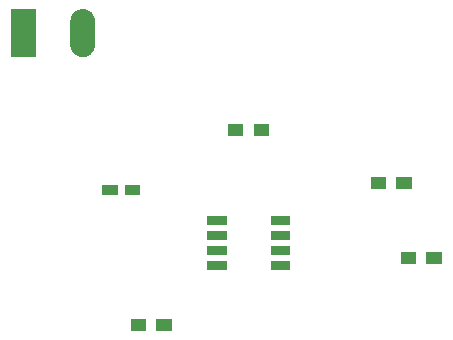
<source format=gbr>
G04 #@! TF.GenerationSoftware,KiCad,Pcbnew,(5.1.0-838-gcbea5149c)*
G04 #@! TF.CreationDate,2019-07-14T10:46:31-04:00*
G04 #@! TF.ProjectId,555BlinkingLED,35353542-6c69-46e6-9b69-6e674c45442e,rev?*
G04 #@! TF.SameCoordinates,Original*
G04 #@! TF.FileFunction,Soldermask,Top*
G04 #@! TF.FilePolarity,Negative*
%FSLAX46Y46*%
G04 Gerber Fmt 4.6, Leading zero omitted, Abs format (unit mm)*
G04 Created by KiCad (PCBNEW (5.1.0-838-gcbea5149c)) date 2019-07-14 10:46:31*
%MOMM*%
%LPD*%
G04 APERTURE LIST*
%ADD10C,0.100000*%
G04 APERTURE END LIST*
D10*
G36*
X38581000Y-52571000D02*
G01*
X37279000Y-52571000D01*
X37279000Y-51569000D01*
X38581000Y-51569000D01*
X38581000Y-52571000D01*
X38581000Y-52571000D01*
G37*
G36*
X36381000Y-52571000D02*
G01*
X35079000Y-52571000D01*
X35079000Y-51569000D01*
X36381000Y-51569000D01*
X36381000Y-52571000D01*
X36381000Y-52571000D01*
G37*
G36*
X43211000Y-47341000D02*
G01*
X41559000Y-47341000D01*
X41559000Y-46639000D01*
X43211000Y-46639000D01*
X43211000Y-47341000D01*
X43211000Y-47341000D01*
G37*
G36*
X48611000Y-47341000D02*
G01*
X46959000Y-47341000D01*
X46959000Y-46639000D01*
X48611000Y-46639000D01*
X48611000Y-47341000D01*
X48611000Y-47341000D01*
G37*
G36*
X59241000Y-46856000D02*
G01*
X57939000Y-46856000D01*
X57939000Y-45854000D01*
X59241000Y-45854000D01*
X59241000Y-46856000D01*
X59241000Y-46856000D01*
G37*
G36*
X61441000Y-46856000D02*
G01*
X60139000Y-46856000D01*
X60139000Y-45854000D01*
X61441000Y-45854000D01*
X61441000Y-46856000D01*
X61441000Y-46856000D01*
G37*
G36*
X43211000Y-46071000D02*
G01*
X41559000Y-46071000D01*
X41559000Y-45369000D01*
X43211000Y-45369000D01*
X43211000Y-46071000D01*
X43211000Y-46071000D01*
G37*
G36*
X48611000Y-46071000D02*
G01*
X46959000Y-46071000D01*
X46959000Y-45369000D01*
X48611000Y-45369000D01*
X48611000Y-46071000D01*
X48611000Y-46071000D01*
G37*
G36*
X43211000Y-44801000D02*
G01*
X41559000Y-44801000D01*
X41559000Y-44099000D01*
X43211000Y-44099000D01*
X43211000Y-44801000D01*
X43211000Y-44801000D01*
G37*
G36*
X48611000Y-44801000D02*
G01*
X46959000Y-44801000D01*
X46959000Y-44099000D01*
X48611000Y-44099000D01*
X48611000Y-44801000D01*
X48611000Y-44801000D01*
G37*
G36*
X43211000Y-43531000D02*
G01*
X41559000Y-43531000D01*
X41559000Y-42829000D01*
X43211000Y-42829000D01*
X43211000Y-43531000D01*
X43211000Y-43531000D01*
G37*
G36*
X48611000Y-43531000D02*
G01*
X46959000Y-43531000D01*
X46959000Y-42829000D01*
X48611000Y-42829000D01*
X48611000Y-43531000D01*
X48611000Y-43531000D01*
G37*
G36*
X35891000Y-41066000D02*
G01*
X34589000Y-41066000D01*
X34589000Y-40214000D01*
X35891000Y-40214000D01*
X35891000Y-41066000D01*
X35891000Y-41066000D01*
G37*
G36*
X33991000Y-41066000D02*
G01*
X32689000Y-41066000D01*
X32689000Y-40214000D01*
X33991000Y-40214000D01*
X33991000Y-41066000D01*
X33991000Y-41066000D01*
G37*
G36*
X58901000Y-40506000D02*
G01*
X57599000Y-40506000D01*
X57599000Y-39504000D01*
X58901000Y-39504000D01*
X58901000Y-40506000D01*
X58901000Y-40506000D01*
G37*
G36*
X56701000Y-40506000D02*
G01*
X55399000Y-40506000D01*
X55399000Y-39504000D01*
X56701000Y-39504000D01*
X56701000Y-40506000D01*
X56701000Y-40506000D01*
G37*
G36*
X46836000Y-36061000D02*
G01*
X45534000Y-36061000D01*
X45534000Y-35059000D01*
X46836000Y-35059000D01*
X46836000Y-36061000D01*
X46836000Y-36061000D01*
G37*
G36*
X44636000Y-36061000D02*
G01*
X43334000Y-36061000D01*
X43334000Y-35059000D01*
X44636000Y-35059000D01*
X44636000Y-36061000D01*
X44636000Y-36061000D01*
G37*
G36*
X31095933Y-25274626D02*
G01*
X31144279Y-25275259D01*
X31191703Y-25284692D01*
X31245334Y-25290329D01*
X31290800Y-25304403D01*
X31331929Y-25312584D01*
X31382825Y-25332890D01*
X31440354Y-25350698D01*
X31476648Y-25370322D01*
X31509631Y-25383481D01*
X31561430Y-25416163D01*
X31619936Y-25447797D01*
X31646830Y-25470046D01*
X31671440Y-25485573D01*
X31721185Y-25531557D01*
X31777237Y-25577927D01*
X31795280Y-25600050D01*
X31811934Y-25615445D01*
X31856397Y-25674987D01*
X31906266Y-25736133D01*
X31916672Y-25755704D01*
X31926411Y-25768746D01*
X31962273Y-25841468D01*
X32002108Y-25916387D01*
X32006670Y-25931496D01*
X32011028Y-25940334D01*
X32034994Y-26025310D01*
X32061114Y-26111824D01*
X32062031Y-26121176D01*
X32062962Y-26124477D01*
X32072008Y-26222931D01*
X32076000Y-26263640D01*
X32076000Y-28342915D01*
X32058178Y-28512483D01*
X32030209Y-28600653D01*
X32000888Y-28695081D01*
X31999292Y-28698114D01*
X31996449Y-28707077D01*
X31952892Y-28786306D01*
X31911803Y-28864404D01*
X31905704Y-28872140D01*
X31898098Y-28885976D01*
X31843531Y-28951007D01*
X31793356Y-29014653D01*
X31781125Y-29025380D01*
X31766873Y-29042364D01*
X31705375Y-29091810D01*
X31649510Y-29140802D01*
X31630019Y-29152398D01*
X31607771Y-29170286D01*
X31543305Y-29203988D01*
X31485086Y-29238625D01*
X31457785Y-29248697D01*
X31426852Y-29264868D01*
X31363046Y-29283647D01*
X31305591Y-29304843D01*
X31270598Y-29310856D01*
X31231008Y-29322508D01*
X31171017Y-29327968D01*
X31117022Y-29337246D01*
X31075100Y-29336697D01*
X31027698Y-29341011D01*
X30974067Y-29335374D01*
X30925721Y-29334741D01*
X30878297Y-29325308D01*
X30824666Y-29319671D01*
X30779200Y-29305597D01*
X30738071Y-29297416D01*
X30687175Y-29277110D01*
X30629646Y-29259302D01*
X30593353Y-29239679D01*
X30560369Y-29226519D01*
X30508568Y-29193836D01*
X30450065Y-29162203D01*
X30423171Y-29139955D01*
X30398561Y-29124427D01*
X30348816Y-29078443D01*
X30292764Y-29032073D01*
X30274721Y-29009950D01*
X30258067Y-28994555D01*
X30213604Y-28935013D01*
X30163735Y-28873867D01*
X30153329Y-28854296D01*
X30143590Y-28841254D01*
X30107728Y-28768532D01*
X30067893Y-28693613D01*
X30063331Y-28678504D01*
X30058973Y-28669666D01*
X30035007Y-28584690D01*
X30008887Y-28498176D01*
X30007970Y-28488824D01*
X30007039Y-28485523D01*
X29997993Y-28387069D01*
X29994001Y-28346360D01*
X29994000Y-26267086D01*
X30011822Y-26097518D01*
X30039791Y-26009348D01*
X30069112Y-25914920D01*
X30070708Y-25911887D01*
X30073551Y-25902924D01*
X30117113Y-25823684D01*
X30158197Y-25745597D01*
X30164294Y-25737863D01*
X30171902Y-25724024D01*
X30226475Y-25658986D01*
X30276644Y-25595347D01*
X30288875Y-25584620D01*
X30303127Y-25567636D01*
X30364625Y-25518190D01*
X30420490Y-25469198D01*
X30439981Y-25457602D01*
X30462229Y-25439714D01*
X30526695Y-25406012D01*
X30584914Y-25371375D01*
X30612215Y-25361303D01*
X30643148Y-25345132D01*
X30706954Y-25326353D01*
X30764409Y-25305157D01*
X30799402Y-25299144D01*
X30838992Y-25287492D01*
X30898983Y-25282032D01*
X30952978Y-25272754D01*
X30994900Y-25273303D01*
X31042302Y-25268989D01*
X31095933Y-25274626D01*
X31095933Y-25274626D01*
G37*
G36*
X27076000Y-29336000D02*
G01*
X24994000Y-29336000D01*
X24994000Y-25274000D01*
X27076000Y-25274000D01*
X27076000Y-29336000D01*
X27076000Y-29336000D01*
G37*
M02*

</source>
